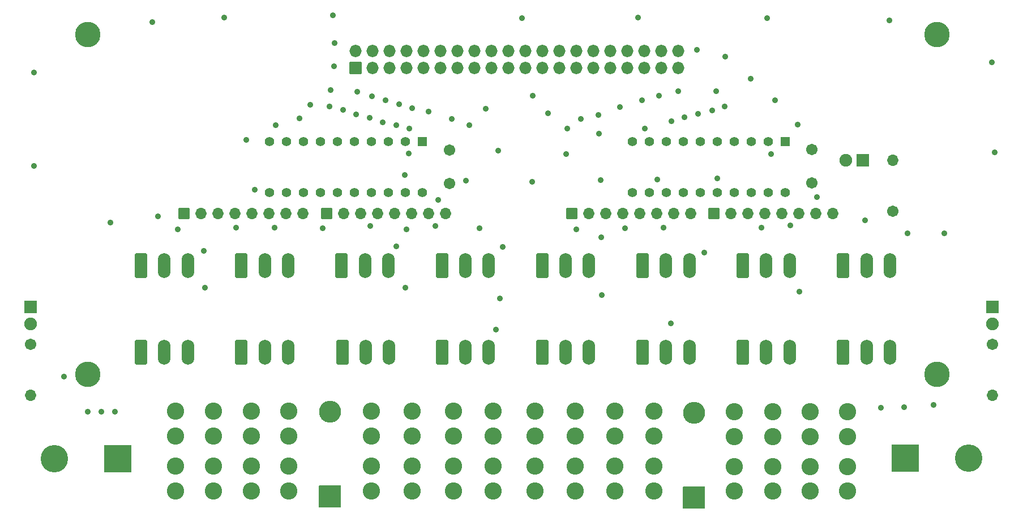
<source format=gbr>
%TF.GenerationSoftware,KiCad,Pcbnew,(6.0.6)*%
%TF.CreationDate,2022-08-05T23:59:26-04:00*%
%TF.ProjectId,PB_16,50425f31-362e-46b6-9963-61645f706362,v5*%
%TF.SameCoordinates,Original*%
%TF.FileFunction,Soldermask,Top*%
%TF.FilePolarity,Negative*%
%FSLAX46Y46*%
G04 Gerber Fmt 4.6, Leading zero omitted, Abs format (unit mm)*
G04 Created by KiCad (PCBNEW (6.0.6)) date 2022-08-05 23:59:26*
%MOMM*%
%LPD*%
G01*
G04 APERTURE LIST*
G04 Aperture macros list*
%AMRoundRect*
0 Rectangle with rounded corners*
0 $1 Rounding radius*
0 $2 $3 $4 $5 $6 $7 $8 $9 X,Y pos of 4 corners*
0 Add a 4 corners polygon primitive as box body*
4,1,4,$2,$3,$4,$5,$6,$7,$8,$9,$2,$3,0*
0 Add four circle primitives for the rounded corners*
1,1,$1+$1,$2,$3*
1,1,$1+$1,$4,$5*
1,1,$1+$1,$6,$7*
1,1,$1+$1,$8,$9*
0 Add four rect primitives between the rounded corners*
20,1,$1+$1,$2,$3,$4,$5,0*
20,1,$1+$1,$4,$5,$6,$7,0*
20,1,$1+$1,$6,$7,$8,$9,0*
20,1,$1+$1,$8,$9,$2,$3,0*%
G04 Aperture macros list end*
%ADD10C,1.702000*%
%ADD11RoundRect,0.301000X-0.650000X-1.550000X0.650000X-1.550000X0.650000X1.550000X-0.650000X1.550000X0*%
%ADD12O,1.902000X3.702000*%
%ADD13RoundRect,0.051000X-0.647700X0.647700X-0.647700X-0.647700X0.647700X-0.647700X0.647700X0.647700X0*%
%ADD14C,1.397400*%
%ADD15C,2.577000*%
%ADD16RoundRect,0.051000X1.600000X-1.600000X1.600000X1.600000X-1.600000X1.600000X-1.600000X-1.600000X0*%
%ADD17O,3.302000X3.302000*%
%ADD18RoundRect,0.051000X-0.800000X-0.800000X0.800000X-0.800000X0.800000X0.800000X-0.800000X0.800000X0*%
%ADD19O,1.702000X1.702000*%
%ADD20C,3.802000*%
%ADD21RoundRect,0.051000X-0.900000X0.900000X-0.900000X-0.900000X0.900000X-0.900000X0.900000X0.900000X0*%
%ADD22C,1.902000*%
%ADD23RoundRect,0.051000X0.900000X0.900000X-0.900000X0.900000X-0.900000X-0.900000X0.900000X-0.900000X0*%
%ADD24RoundRect,0.051000X0.863600X-0.863600X0.863600X0.863600X-0.863600X0.863600X-0.863600X-0.863600X0*%
%ADD25O,1.829200X1.829200*%
%ADD26RoundRect,0.051000X2.000000X2.000000X-2.000000X2.000000X-2.000000X-2.000000X2.000000X-2.000000X0*%
%ADD27C,4.102000*%
%ADD28RoundRect,0.051000X-2.000000X-2.000000X2.000000X-2.000000X2.000000X2.000000X-2.000000X2.000000X0*%
%ADD29C,0.902000*%
G04 APERTURE END LIST*
D10*
%TO.C,C2*%
X189382400Y-104305100D03*
X189382400Y-99305100D03*
%TD*%
D11*
%TO.C,J2*%
X89100000Y-129600000D03*
D12*
X92600000Y-129600000D03*
X96100000Y-129600000D03*
%TD*%
D11*
%TO.C,J5*%
X119100000Y-116600000D03*
D12*
X122600000Y-116600000D03*
X126100000Y-116600000D03*
%TD*%
D11*
%TO.C,J6*%
X119214342Y-129600000D03*
D12*
X122714342Y-129600000D03*
X126214342Y-129600000D03*
%TD*%
D11*
%TO.C,J7*%
X134100000Y-116600000D03*
D12*
X137600000Y-116600000D03*
X141100000Y-116600000D03*
%TD*%
D11*
%TO.C,J8*%
X134100000Y-129600000D03*
D12*
X137600000Y-129600000D03*
X141100000Y-129600000D03*
%TD*%
D11*
%TO.C,J9*%
X149100000Y-116600000D03*
D12*
X152600000Y-116600000D03*
X156100000Y-116600000D03*
%TD*%
D11*
%TO.C,J10*%
X149100000Y-129600000D03*
D12*
X152600000Y-129600000D03*
X156100000Y-129600000D03*
%TD*%
D11*
%TO.C,J11*%
X164100000Y-116600000D03*
D12*
X167600000Y-116600000D03*
X171100000Y-116600000D03*
%TD*%
D11*
%TO.C,J12*%
X164100000Y-129600000D03*
D12*
X167600000Y-129600000D03*
X171100000Y-129600000D03*
%TD*%
D11*
%TO.C,J13*%
X179100000Y-116600000D03*
D12*
X182600000Y-116600000D03*
X186100000Y-116600000D03*
%TD*%
D11*
%TO.C,J14*%
X179100000Y-129600000D03*
D12*
X182600000Y-129600000D03*
X186100000Y-129600000D03*
%TD*%
D11*
%TO.C,J15*%
X194100000Y-116600000D03*
D12*
X197600000Y-116600000D03*
X201100000Y-116600000D03*
%TD*%
D11*
%TO.C,J16*%
X194100000Y-129600000D03*
D12*
X197600000Y-129600000D03*
X201100000Y-129600000D03*
%TD*%
D13*
%TO.C,U2*%
X185422600Y-98068600D03*
D14*
X182882600Y-98068600D03*
X180342600Y-98068600D03*
X177802600Y-98068600D03*
X175262600Y-98068600D03*
X172722600Y-98068600D03*
X170182600Y-98068600D03*
X167642600Y-98068600D03*
X165102600Y-98068600D03*
X162562600Y-98068600D03*
X162562600Y-105688600D03*
X165102600Y-105688600D03*
X167642600Y-105688600D03*
X170182600Y-105688600D03*
X172722600Y-105688600D03*
X175262600Y-105688600D03*
X177802600Y-105688600D03*
X180342600Y-105688600D03*
X182882600Y-105688600D03*
X185422600Y-105688600D03*
%TD*%
D15*
%TO.C,F1*%
X94222600Y-150288600D03*
X94222600Y-146588600D03*
X94222600Y-142088600D03*
X94222600Y-138388600D03*
%TD*%
%TO.C,F7*%
X135792600Y-150298600D03*
X135792600Y-146598600D03*
X135792600Y-142098600D03*
X135792600Y-138398600D03*
%TD*%
%TO.C,F14*%
X183553100Y-150363600D03*
X183553100Y-146663600D03*
X183553100Y-142163600D03*
X183553100Y-138463600D03*
%TD*%
D16*
%TO.C,D2*%
X171847600Y-151305000D03*
D17*
X171847600Y-138605000D03*
%TD*%
D10*
%TO.C,C1*%
X135242300Y-104330500D03*
X135242300Y-99330500D03*
%TD*%
D15*
%TO.C,F2*%
X99967600Y-150303600D03*
X99967600Y-146603600D03*
X99967600Y-142103600D03*
X99967600Y-138403600D03*
%TD*%
%TO.C,F6*%
X129672600Y-150298600D03*
X129672600Y-146598600D03*
X129672600Y-142098600D03*
X129672600Y-138398600D03*
%TD*%
%TO.C,F8*%
X141793100Y-150298600D03*
X141793100Y-146598600D03*
X141793100Y-142098600D03*
X141793100Y-138398600D03*
%TD*%
%TO.C,F9*%
X148002600Y-150298600D03*
X148002600Y-146598600D03*
X148002600Y-142098600D03*
X148002600Y-138398600D03*
%TD*%
%TO.C,F10*%
X154062600Y-150298600D03*
X154062600Y-146598600D03*
X154062600Y-142098600D03*
X154062600Y-138398600D03*
%TD*%
%TO.C,F16*%
X194729100Y-150363600D03*
X194729100Y-146663600D03*
X194729100Y-142163600D03*
X194729100Y-138463600D03*
%TD*%
%TO.C,F5*%
X123512600Y-150298600D03*
X123512600Y-146598600D03*
X123512600Y-142098600D03*
X123512600Y-138398600D03*
%TD*%
%TO.C,F3*%
X105567600Y-150303600D03*
X105567600Y-146603600D03*
X105567600Y-142103600D03*
X105567600Y-138403600D03*
%TD*%
%TO.C,F13*%
X177847600Y-150363600D03*
X177847600Y-146663600D03*
X177847600Y-142163600D03*
X177847600Y-138463600D03*
%TD*%
D18*
%TO.C,RN1*%
X95561500Y-108813600D03*
D19*
X98101500Y-108813600D03*
X100641500Y-108813600D03*
X103181500Y-108813600D03*
X105721500Y-108813600D03*
X108261500Y-108813600D03*
X110801500Y-108813600D03*
X113341500Y-108813600D03*
%TD*%
D15*
%TO.C,F11*%
X159942600Y-150298600D03*
X159942600Y-146598600D03*
X159942600Y-142098600D03*
X159942600Y-138398600D03*
%TD*%
D18*
%TO.C,RN3*%
X153486200Y-108813600D03*
D19*
X156026200Y-108813600D03*
X158566200Y-108813600D03*
X161106200Y-108813600D03*
X163646200Y-108813600D03*
X166186200Y-108813600D03*
X168726200Y-108813600D03*
X171266200Y-108813600D03*
%TD*%
D18*
%TO.C,RN4*%
X174812600Y-108813600D03*
D19*
X177352600Y-108813600D03*
X179892600Y-108813600D03*
X182432600Y-108813600D03*
X184972600Y-108813600D03*
X187512600Y-108813600D03*
X190052600Y-108813600D03*
X192592600Y-108813600D03*
%TD*%
D18*
%TO.C,RN2*%
X116852700Y-108813600D03*
D19*
X119392700Y-108813600D03*
X121932700Y-108813600D03*
X124472700Y-108813600D03*
X127012700Y-108813600D03*
X129552700Y-108813600D03*
X132092700Y-108813600D03*
X134632700Y-108813600D03*
%TD*%
D15*
%TO.C,F4*%
X111167600Y-150303600D03*
X111167600Y-146603600D03*
X111167600Y-142103600D03*
X111167600Y-138403600D03*
%TD*%
D11*
%TO.C,J1*%
X89100000Y-116600000D03*
D12*
X92600000Y-116600000D03*
X96100000Y-116600000D03*
%TD*%
D11*
%TO.C,J3*%
X104100000Y-116600000D03*
D12*
X107600000Y-116600000D03*
X111100000Y-116600000D03*
%TD*%
D11*
%TO.C,J4*%
X104100000Y-129600000D03*
D12*
X107600000Y-129600000D03*
X111100000Y-129600000D03*
%TD*%
D16*
%TO.C,D1*%
X117332600Y-151168600D03*
D17*
X117332600Y-138468600D03*
%TD*%
D15*
%TO.C,F15*%
X189141100Y-150363600D03*
X189141100Y-146663600D03*
X189141100Y-142163600D03*
X189141100Y-138463600D03*
%TD*%
%TO.C,F12*%
X165761100Y-150298600D03*
X165761100Y-146598600D03*
X165761100Y-142098600D03*
X165761100Y-138398600D03*
%TD*%
D20*
%TO.C,REF\u002A\u002A*%
X81113000Y-82066600D03*
%TD*%
%TO.C,REF\u002A\u002A*%
X208113000Y-82066600D03*
%TD*%
D13*
%TO.C,U1*%
X131172600Y-98068600D03*
D14*
X128632600Y-98068600D03*
X126092600Y-98068600D03*
X123552600Y-98068600D03*
X121012600Y-98068600D03*
X118472600Y-98068600D03*
X115932600Y-98068600D03*
X113392600Y-98068600D03*
X110852600Y-98068600D03*
X108312600Y-98068600D03*
X108312600Y-105688600D03*
X110852600Y-105688600D03*
X113392600Y-105688600D03*
X115932600Y-105688600D03*
X118472600Y-105688600D03*
X121012600Y-105688600D03*
X123552600Y-105688600D03*
X126092600Y-105688600D03*
X128632600Y-105688600D03*
X131172600Y-105688600D03*
%TD*%
D21*
%TO.C,D3*%
X72601000Y-122831000D03*
D22*
X72601000Y-125371000D03*
%TD*%
D10*
%TO.C,R1*%
X72601000Y-128392000D03*
D19*
X72601000Y-136012000D03*
%TD*%
D23*
%TO.C,D5*%
X197001000Y-100917800D03*
D22*
X194461000Y-100917800D03*
%TD*%
D24*
%TO.C,J19*%
X121201000Y-87057800D03*
D25*
X121201000Y-84517800D03*
X123741000Y-87057800D03*
X123741000Y-84517800D03*
X126281000Y-87057800D03*
X126281000Y-84517800D03*
X128821000Y-87057800D03*
X128821000Y-84517800D03*
X131361000Y-87057800D03*
X131361000Y-84517800D03*
X133901000Y-87057800D03*
X133901000Y-84517800D03*
X136441000Y-87057800D03*
X136441000Y-84517800D03*
X138981000Y-87057800D03*
X138981000Y-84517800D03*
X141521000Y-87057800D03*
X141521000Y-84517800D03*
X144061000Y-87057800D03*
X144061000Y-84517800D03*
X146601000Y-87057800D03*
X146601000Y-84517800D03*
X149141000Y-87057800D03*
X149141000Y-84517800D03*
X151681000Y-87057800D03*
X151681000Y-84517800D03*
X154221000Y-87057800D03*
X154221000Y-84517800D03*
X156761000Y-87057800D03*
X156761000Y-84517800D03*
X159301000Y-87057800D03*
X159301000Y-84517800D03*
X161841000Y-87057800D03*
X161841000Y-84517800D03*
X164381000Y-87057800D03*
X164381000Y-84517800D03*
X166921000Y-87057800D03*
X166921000Y-84517800D03*
X169461000Y-87057800D03*
X169461000Y-84517800D03*
%TD*%
D10*
%TO.C,R3*%
X201501000Y-108517800D03*
D19*
X201501000Y-100897800D03*
%TD*%
D26*
%TO.C,J17*%
X85601000Y-145517800D03*
D27*
X76101000Y-145517800D03*
%TD*%
D20*
%TO.C,REF\u002A\u002A*%
X208127600Y-132866600D03*
%TD*%
D28*
%TO.C,J18*%
X203401000Y-145417800D03*
D27*
X212901000Y-145417800D03*
%TD*%
D10*
%TO.C,R2*%
X216401000Y-128392000D03*
D19*
X216401000Y-136012000D03*
%TD*%
D21*
%TO.C,D4*%
X216401000Y-122831000D03*
D22*
X216401000Y-125371000D03*
%TD*%
D20*
%TO.C,REF\u002A\u002A*%
X81127600Y-132866600D03*
%TD*%
D29*
X85177000Y-138429800D03*
X142751000Y-121517800D03*
X98651000Y-119967800D03*
X123301000Y-94517800D03*
X176501000Y-85417800D03*
X149951000Y-93817800D03*
X129251000Y-96167800D03*
X152801000Y-96167800D03*
X125701000Y-91867800D03*
X143151000Y-113817800D03*
X209201000Y-111767800D03*
X98451000Y-114417800D03*
X117801000Y-79217800D03*
X139701000Y-111017800D03*
X158001000Y-121017800D03*
X167251000Y-110917800D03*
X125201000Y-95167800D03*
X203251000Y-137767800D03*
X127251000Y-95617800D03*
X190201000Y-106367800D03*
X154201000Y-111167800D03*
X104851000Y-97817800D03*
X118001000Y-86817800D03*
X199751000Y-137867800D03*
X142501000Y-99417800D03*
X166301000Y-103717800D03*
X147651000Y-91217800D03*
X94601000Y-111167800D03*
X187301000Y-95517800D03*
X137651000Y-103917800D03*
X118051000Y-83367800D03*
X187551000Y-120517800D03*
X172401000Y-93917800D03*
X154851000Y-94667800D03*
X181901000Y-110917800D03*
X180301000Y-88717800D03*
X174501000Y-93467800D03*
X117301000Y-92867800D03*
X138201000Y-95617800D03*
X157801000Y-103817800D03*
X101501000Y-79517800D03*
X84551000Y-110217800D03*
X173301000Y-114717800D03*
X140651000Y-93167800D03*
X109101000Y-110917800D03*
X142151000Y-126167800D03*
X146101000Y-79617800D03*
X73051000Y-101717800D03*
X175301000Y-103617800D03*
X169451000Y-90567800D03*
X129651000Y-93117800D03*
X152651000Y-99917800D03*
X175101000Y-90517800D03*
X203701000Y-111817800D03*
X106101000Y-105267800D03*
X128551000Y-103117800D03*
X161501000Y-111017800D03*
X157501000Y-94117800D03*
X168351000Y-125267800D03*
X186201000Y-110617800D03*
X103301000Y-110917800D03*
X216801000Y-99717800D03*
X121451000Y-90617800D03*
X176401000Y-92867800D03*
X112801000Y-94617800D03*
X147601000Y-104067800D03*
X216301000Y-86217800D03*
X83145000Y-138429800D03*
X166551000Y-91267800D03*
X201051000Y-79967800D03*
X121251000Y-94017800D03*
X81113000Y-138429800D03*
X182701000Y-79617800D03*
X129151000Y-99867800D03*
X132101000Y-93567800D03*
X160751000Y-92917800D03*
X127251000Y-113767800D03*
X128651000Y-119967800D03*
X157951000Y-112417800D03*
X135601000Y-94717800D03*
X207605000Y-137413800D03*
X183301000Y-99917800D03*
X117451000Y-90417800D03*
X183901000Y-91917800D03*
X133551000Y-106817800D03*
X114401000Y-92617800D03*
X123651000Y-91317800D03*
X128801000Y-111217800D03*
X90801000Y-80217800D03*
X73051000Y-87717800D03*
X164451000Y-96117800D03*
X127701000Y-92467800D03*
X168401000Y-95017800D03*
X109201000Y-95617800D03*
X77551000Y-133217800D03*
X163401000Y-79517800D03*
X172251000Y-84367800D03*
X157551000Y-96867800D03*
X123351000Y-110667800D03*
X133101000Y-110667800D03*
X164051000Y-91917800D03*
X91651000Y-109267800D03*
X119351000Y-93367800D03*
X116301000Y-111017800D03*
X170351000Y-94417800D03*
X197351000Y-109867800D03*
M02*

</source>
